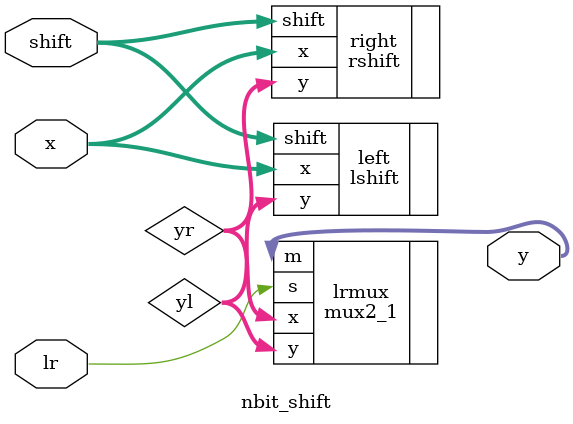
<source format=v>
`timescale 1ns / 1ps


module nbit_shift 
    #(parameter N = 4)
    (
    input [(2**N)-1:0] x,
    input [N-1:0] shift,
    input lr,
    output [(2**N)-1:0] y
    );
    
    wire [(2**N)-1:0] yl, yr;
    
    lshift #(.N(4)) left(.x(x), .shift(shift), .y(yl));
    rshift #(.N(4)) right(.x(x), .shift(shift), .y(yr));
    
    mux2_1 #(.N(4)) lrmux(.x(yr), .y(yl), .s(lr), .m(y));
endmodule

</source>
